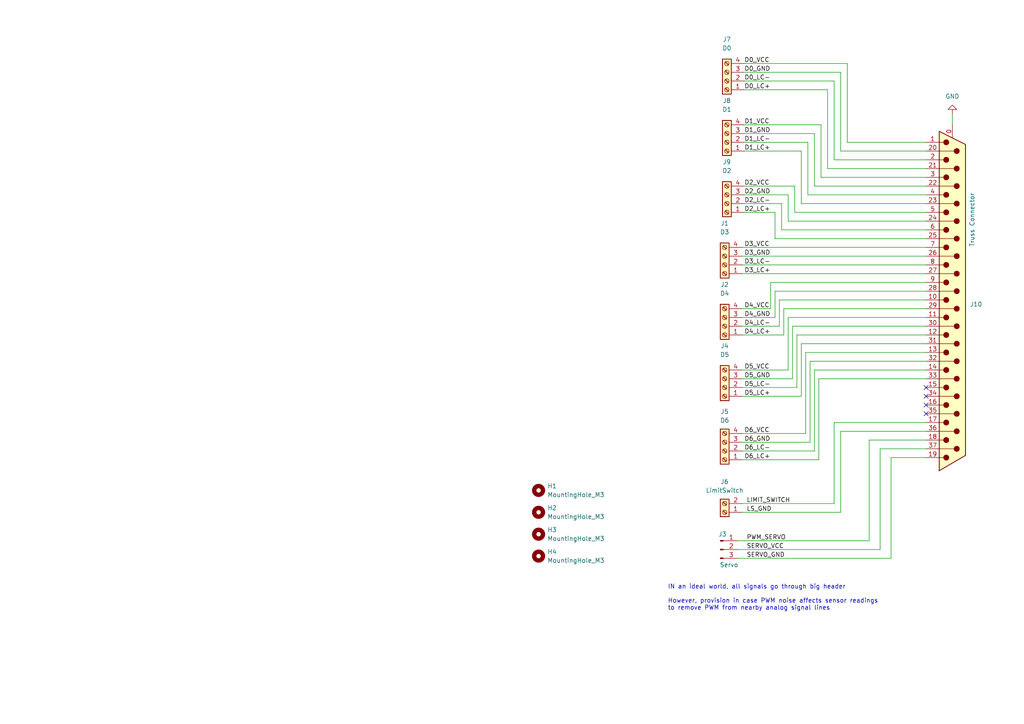
<source format=kicad_sch>
(kicad_sch (version 20211123) (generator eeschema)
  (paper "A4")
  (lib_symbols
    (symbol "000_Connectors_Immo:pheonix_01x04_screwterminal_2.54mm" (pin_names (offset 1.016) hide)
      (property "Reference" "J" (at 0 5.08 0))
      (property "Value" "pheonix_01x04_screwterminal_2.54mm" (at 0 -7.62 0))
      (symbol "pheonix_01x04_screwterminal_2.54mm_1_1"
        (rectangle (start -1.27 3.81) (end 1.27 -6.35) (stroke (width 0.254)) (fill (type background)))
        (circle (center 0 -5.08) (radius 0.635) (stroke (width 0.1524)))
        (circle (center 0 -2.54) (radius 0.635) (stroke (width 0.1524)))
        (polyline (pts (xy -0.5334 -4.7498) (xy 0.3302 -5.588)) (stroke (width 0.1524)))
        (polyline (pts (xy -0.5334 -2.2098) (xy 0.3302 -3.048)) (stroke (width 0.1524)))
        (polyline (pts (xy -0.5334 0.3302) (xy 0.3302 -0.508)) (stroke (width 0.1524)))
        (polyline (pts (xy -0.5334 2.8702) (xy 0.3302 2.032)) (stroke (width 0.1524)))
        (polyline (pts (xy -0.3556 -4.572) (xy 0.508 -5.4102)) (stroke (width 0.1524)))
        (polyline (pts (xy -0.3556 -2.032) (xy 0.508 -2.8702)) (stroke (width 0.1524)))
        (polyline (pts (xy -0.3556 0.508) (xy 0.508 -0.3302)) (stroke (width 0.1524)))
        (polyline (pts (xy -0.3556 3.048) (xy 0.508 2.2098)) (stroke (width 0.1524)))
        (circle (center 0 0) (radius 0.635) (stroke (width 0.1524)))
        (circle (center 0 2.54) (radius 0.635) (stroke (width 0.1524)))
        (pin passive line (at -5.08 2.54 0) (length 3.81) (name "Pin_1") (number "1"))
        (pin passive line (at -5.08 0 0) (length 3.81) (name "Pin_2") (number "2"))
        (pin passive line (at -5.08 -2.54 0) (length 3.81) (name "Pin_3") (number "3"))
        (pin passive line (at -5.08 -5.08 0) (length 3.81) (name "Pin_4") (number "4"))
      )
    )
    (symbol "Connector:Conn_01x03_Male" (pin_names (offset 1.016) hide)
      (property "Reference" "J" (at 0 5.08 0))
      (property "Value" "Conn_01x03_Male" (at 2.54 -4.191 0))
      (symbol "Conn_01x03_Male_1_1"
        (polyline (pts (xy 1.27 -2.54) (xy 0.8636 -2.54)) (stroke (width 0.1524)))
        (polyline (pts (xy 1.27 0) (xy 0.8636 0)) (stroke (width 0.1524)))
        (polyline (pts (xy 1.27 2.54) (xy 0.8636 2.54)) (stroke (width 0.1524)))
        (rectangle (start 0.8636 -2.413) (end 0 -2.667) (stroke (width 0.1524)) (fill (type outline)))
        (rectangle (start 0.8636 0.127) (end 0 -0.127) (stroke (width 0.1524)) (fill (type outline)))
        (rectangle (start 0.8636 2.667) (end 0 2.413) (stroke (width 0.1524)) (fill (type outline)))
        (pin passive line (at 5.08 2.54 180) (length 3.81) (name "Pin_1") (number "1"))
        (pin passive line (at 5.08 0 180) (length 3.81) (name "Pin_2") (number "2"))
        (pin passive line (at 5.08 -2.54 180) (length 3.81) (name "Pin_3") (number "3"))
      )
    )
    (symbol "Connector:DB37_Male_MountingHoles" (pin_names (offset 1.016) hide)
      (property "Reference" "J" (at 0 52.705 0))
      (property "Value" "DB37_Male_MountingHoles" (at 0 50.8 0))
      (symbol "DB37_Male_MountingHoles_0_1"
        (circle (center -1.778 -45.72) (radius 0.762) (fill (type outline)))
        (circle (center -1.778 -40.64) (radius 0.762) (fill (type outline)))
        (circle (center -1.778 -35.56) (radius 0.762) (fill (type outline)))
        (circle (center -1.778 -30.48) (radius 0.762) (fill (type outline)))
        (circle (center -1.778 -25.4) (radius 0.762) (fill (type outline)))
        (circle (center -1.778 -20.32) (radius 0.762) (fill (type outline)))
        (circle (center -1.778 -15.24) (radius 0.762) (fill (type outline)))
        (circle (center -1.778 -10.16) (radius 0.762) (fill (type outline)))
        (circle (center -1.778 -5.08) (radius 0.762) (fill (type outline)))
        (circle (center -1.778 0) (radius 0.762) (fill (type outline)))
        (circle (center -1.778 5.08) (radius 0.762) (fill (type outline)))
        (circle (center -1.778 10.16) (radius 0.762) (fill (type outline)))
        (circle (center -1.778 15.24) (radius 0.762) (fill (type outline)))
        (circle (center -1.778 20.32) (radius 0.762) (fill (type outline)))
        (circle (center -1.778 25.4) (radius 0.762) (fill (type outline)))
        (circle (center -1.778 30.48) (radius 0.762) (fill (type outline)))
        (circle (center -1.778 35.56) (radius 0.762) (fill (type outline)))
        (circle (center -1.778 40.64) (radius 0.762) (fill (type outline)))
        (circle (center -1.778 45.72) (radius 0.762) (fill (type outline)))
        (polyline (pts (xy -3.81 -45.72) (xy -2.54 -45.72)))
        (polyline (pts (xy -3.81 -43.18) (xy 0.508 -43.18)))
        (polyline (pts (xy -3.81 -40.64) (xy -2.54 -40.64)))
        (polyline (pts (xy -3.81 -38.1) (xy 0.508 -38.1)))
        (polyline (pts (xy -3.81 -35.56) (xy -2.54 -35.56)))
        (polyline (pts (xy -3.81 -33.02) (xy 0.508 -33.02)))
        (polyline (pts (xy -3.81 -30.48) (xy -2.54 -30.48)))
        (polyline (pts (xy -3.81 -27.94) (xy 0.508 -27.94)))
        (polyline (pts (xy -3.81 -25.4) (xy -2.54 -25.4)))
        (polyline (pts (xy -3.81 -22.86) (xy 0.508 -22.86)))
        (polyline (pts (xy -3.81 -20.32) (xy -2.54 -20.32)))
        (polyline (pts (xy -3.81 -17.78) (xy 0.508 -17.78)))
        (polyline (pts (xy -3.81 -15.24) (xy -2.54 -15.24)))
        (polyline (pts (xy -3.81 -12.7) (xy 0.508 -12.7)))
        (polyline (pts (xy -3.81 -10.16) (xy -2.54 -10.16)))
        (polyline (pts (xy -3.81 -7.62) (xy 0.508 -7.62)))
        (polyline (pts (xy -3.81 -5.08) (xy -2.54 -5.08)))
        (polyline (pts (xy -3.81 -2.54) (xy 0.508 -2.54)))
        (polyline (pts (xy -3.81 0) (xy -2.54 0)))
        (polyline (pts (xy -3.81 2.54) (xy 0.508 2.54)))
        (polyline (pts (xy -3.81 5.08) (xy -2.54 5.08)))
        (polyline (pts (xy -3.81 7.62) (xy 0.508 7.62)))
        (polyline (pts (xy -3.81 10.16) (xy -2.54 10.16)))
        (polyline (pts (xy -3.81 12.7) (xy 0.508 12.7)))
        (polyline (pts (xy -3.81 15.24) (xy -2.54 15.24)))
        (polyline (pts (xy -3.81 17.78) (xy 0.508 17.78)))
        (polyline (pts (xy -3.81 20.32) (xy -2.54 20.32)))
        (polyline (pts (xy -3.81 22.86) (xy 0.508 22.86)))
        (polyline (pts (xy -3.81 25.4) (xy -2.54 25.4)))
        (polyline (pts (xy -3.81 27.94) (xy 0.508 27.94)))
        (polyline (pts (xy -3.81 30.48) (xy -2.54 30.48)))
        (polyline (pts (xy -3.81 33.02) (xy 0.508 33.02)))
        (polyline (pts (xy -3.81 35.56) (xy -2.54 35.56)))
        (polyline (pts (xy -3.81 38.1) (xy 0.508 38.1)))
        (polyline (pts (xy -3.81 40.64) (xy -2.54 40.64)))
        (polyline (pts (xy -3.81 43.18) (xy 0.508 43.18)))
        (polyline (pts (xy -3.81 45.72) (xy -2.54 45.72)))
        (polyline (pts (xy -3.81 49.53) (xy 3.81 45.085) (xy 3.81 -45.085) (xy -3.81 -48.895) (xy -3.81 49.53)) (stroke (width 0.254)) (fill (type background)))
        (circle (center 1.27 -43.18) (radius 0.762) (fill (type outline)))
        (circle (center 1.27 -38.1) (radius 0.762) (fill (type outline)))
        (circle (center 1.27 -33.02) (radius 0.762) (fill (type outline)))
        (circle (center 1.27 -27.94) (radius 0.762) (fill (type outline)))
        (circle (center 1.27 -22.86) (radius 0.762) (fill (type outline)))
        (circle (center 1.27 -17.78) (radius 0.762) (fill (type outline)))
        (circle (center 1.27 -12.7) (radius 0.762) (fill (type outline)))
        (circle (center 1.27 -7.62) (radius 0.762) (fill (type outline)))
        (circle (center 1.27 -2.54) (radius 0.762) (fill (type outline)))
        (circle (center 1.27 2.54) (radius 0.762) (fill (type outline)))
        (circle (center 1.27 7.62) (radius 0.762) (fill (type outline)))
        (circle (center 1.27 12.7) (radius 0.762) (fill (type outline)))
        (circle (center 1.27 17.78) (radius 0.762) (fill (type outline)))
        (circle (center 1.27 22.86) (radius 0.762) (fill (type outline)))
        (circle (center 1.27 27.94) (radius 0.762) (fill (type outline)))
        (circle (center 1.27 33.02) (radius 0.762) (fill (type outline)))
        (circle (center 1.27 38.1) (radius 0.762) (fill (type outline)))
        (circle (center 1.27 43.18) (radius 0.762) (fill (type outline)))
      )
      (symbol "DB37_Male_MountingHoles_1_1"
        (pin passive line (at 0 -50.8 90) (length 3.81) (name "PAD") (number "0"))
        (pin passive line (at -7.62 -45.72 0) (length 3.81) (name "1") (number "1"))
        (pin passive line (at -7.62 0 0) (length 3.81) (name "10") (number "10"))
        (pin passive line (at -7.62 5.08 0) (length 3.81) (name "11") (number "11"))
        (pin passive line (at -7.62 10.16 0) (length 3.81) (name "12") (number "12"))
        (pin passive line (at -7.62 15.24 0) (length 3.81) (name "13") (number "13"))
        (pin passive line (at -7.62 20.32 0) (length 3.81) (name "14") (number "14"))
        (pin passive line (at -7.62 25.4 0) (length 3.81) (name "15") (number "15"))
        (pin passive line (at -7.62 30.48 0) (length 3.81) (name "16") (number "16"))
        (pin passive line (at -7.62 35.56 0) (length 3.81) (name "17") (number "17"))
        (pin passive line (at -7.62 40.64 0) (length 3.81) (name "18") (number "18"))
        (pin passive line (at -7.62 45.72 0) (length 3.81) (name "19") (number "19"))
        (pin passive line (at -7.62 -40.64 0) (length 3.81) (name "2") (number "2"))
        (pin passive line (at -7.62 -43.18 0) (length 3.81) (name "20") (number "20"))
        (pin passive line (at -7.62 -38.1 0) (length 3.81) (name "21") (number "21"))
        (pin passive line (at -7.62 -33.02 0) (length 3.81) (name "22") (number "22"))
        (pin passive line (at -7.62 -27.94 0) (length 3.81) (name "23") (number "23"))
        (pin passive line (at -7.62 -22.86 0) (length 3.81) (name "24") (number "24"))
        (pin passive line (at -7.62 -17.78 0) (length 3.81) (name "25") (number "25"))
        (pin passive line (at -7.62 -12.7 0) (length 3.81) (name "26") (number "26"))
        (pin passive line (at -7.62 -7.62 0) (length 3.81) (name "27") (number "27"))
        (pin passive line (at -7.62 -2.54 0) (length 3.81) (name "28") (number "28"))
        (pin passive line (at -7.62 2.54 0) (length 3.81) (name "29") (number "29"))
        (pin passive line (at -7.62 -35.56 0) (length 3.81) (name "3") (number "3"))
        (pin passive line (at -7.62 7.62 0) (length 3.81) (name "30") (number "30"))
        (pin passive line (at -7.62 12.7 0) (length 3.81) (name "31") (number "31"))
        (pin passive line (at -7.62 17.78 0) (length 3.81) (name "32") (number "32"))
        (pin passive line (at -7.62 22.86 0) (length 3.81) (name "33") (number "33"))
        (pin passive line (at -7.62 27.94 0) (length 3.81) (name "34") (number "34"))
        (pin passive line (at -7.62 33.02 0) (length 3.81) (name "35") (number "35"))
        (pin passive line (at -7.62 38.1 0) (length 3.81) (name "36") (number "36"))
        (pin passive line (at -7.62 43.18 0) (length 3.81) (name "37") (number "37"))
        (pin passive line (at -7.62 -30.48 0) (length 3.81) (name "4") (number "4"))
        (pin passive line (at -7.62 -25.4 0) (length 3.81) (name "5") (number "5"))
        (pin passive line (at -7.62 -20.32 0) (length 3.81) (name "6") (number "6"))
        (pin passive line (at -7.62 -15.24 0) (length 3.81) (name "7") (number "7"))
        (pin passive line (at -7.62 -10.16 0) (length 3.81) (name "8") (number "8"))
        (pin passive line (at -7.62 -5.08 0) (length 3.81) (name "9") (number "9"))
      )
    )
    (symbol "Connector:Screw_Terminal_01x02" (pin_names (offset 1.016) hide)
      (property "Reference" "J" (at 0 2.54 0))
      (property "Value" "Screw_Terminal_01x02" (at 0 -5.08 0))
      (symbol "Screw_Terminal_01x02_1_1"
        (rectangle (start -1.27 1.27) (end 1.27 -3.81) (stroke (width 0.254)) (fill (type background)))
        (circle (center 0 -2.54) (radius 0.635) (stroke (width 0.1524)))
        (polyline (pts (xy -0.5334 -2.2098) (xy 0.3302 -3.048)) (stroke (width 0.1524)))
        (polyline (pts (xy -0.5334 0.3302) (xy 0.3302 -0.508)) (stroke (width 0.1524)))
        (polyline (pts (xy -0.3556 -2.032) (xy 0.508 -2.8702)) (stroke (width 0.1524)))
        (polyline (pts (xy -0.3556 0.508) (xy 0.508 -0.3302)) (stroke (width 0.1524)))
        (circle (center 0 0) (radius 0.635) (stroke (width 0.1524)))
        (pin passive line (at -5.08 0 0) (length 3.81) (name "Pin_1") (number "1"))
        (pin passive line (at -5.08 -2.54 0) (length 3.81) (name "Pin_2") (number "2"))
      )
    )
    (symbol "Mechanical:MountingHole_M3" (pin_names (offset 1.016))
      (property "Reference" "H" (at 0 5.08 0))
      (property "Value" "MountingHole_M3" (at 0 3.175 0))
      (symbol "MountingHole_M3_0_1"
        (circle (center 0 0) (radius 1.27) (stroke (width 1.27)))
      )
    )
    (symbol "power:GND" (power) (pin_names (offset 0))
      (property "Value" "GND" (at 0 -3.81 0))
      (symbol "GND_0_1"
        (polyline (pts (xy 0 0) (xy 0 -1.27) (xy 1.27 -1.27) (xy 0 -2.54) (xy -1.27 -1.27) (xy 0 -1.27)))
      )
      (symbol "GND_1_1"
        (pin power_in line (at 0 0 270) (length 0) hide (name "GND") (number "1"))
      )
    )
  )
  (no_connect (at 268.605 112.395))
  (no_connect (at 268.605 114.935))
  (no_connect (at 268.605 117.475))
  (no_connect (at 268.605 120.015))
  (wire (pts (xy 215.265 89.535) (xy 223.52 89.535)))
  (wire (pts (xy 215.265 76.835) (xy 268.605 76.835)))
  (wire (pts (xy 215.265 79.375) (xy 268.605 79.375)))
  (wire (pts (xy 238.125 36.195) (xy 238.125 51.435)))
  (wire (pts (xy 232.41 59.055) (xy 268.605 59.055)))
  (wire (pts (xy 241.935 122.555) (xy 268.605 122.555)))
  (wire (pts (xy 234.95 128.27) (xy 234.95 104.775)))
  (wire (pts (xy 215.9 36.195) (xy 238.125 36.195)))
  (wire (pts (xy 229.87 94.615) (xy 268.605 94.615)))
  (wire (pts (xy 224.79 69.215) (xy 268.605 69.215)))
  (wire (pts (xy 213.995 156.845) (xy 252.095 156.845)))
  (wire (pts (xy 231.14 97.155) (xy 268.605 97.155)))
  (wire (pts (xy 243.84 43.815) (xy 268.605 43.815)))
  (wire (pts (xy 243.84 148.59) (xy 243.84 125.095)))
  (wire (pts (xy 241.935 46.355) (xy 268.605 46.355)))
  (wire (pts (xy 215.265 97.155) (xy 227.33 97.155)))
  (wire (pts (xy 215.265 128.27) (xy 234.95 128.27)))
  (wire (pts (xy 215.265 112.395) (xy 231.14 112.395)))
  (wire (pts (xy 238.125 51.435) (xy 268.605 51.435)))
  (wire (pts (xy 215.9 38.735) (xy 236.22 38.735)))
  (wire (pts (xy 236.22 130.81) (xy 236.22 107.315)))
  (wire (pts (xy 215.265 130.81) (xy 236.22 130.81)))
  (wire (pts (xy 231.14 112.395) (xy 231.14 97.155)))
  (wire (pts (xy 215.9 26.035) (xy 240.03 26.035)))
  (wire (pts (xy 226.695 66.675) (xy 268.605 66.675)))
  (wire (pts (xy 245.745 18.415) (xy 245.745 41.275)))
  (wire (pts (xy 215.265 133.35) (xy 237.49 133.35)))
  (wire (pts (xy 215.265 148.59) (xy 243.84 148.59)))
  (wire (pts (xy 215.9 61.595) (xy 224.79 61.595)))
  (wire (pts (xy 268.605 127.635) (xy 252.095 127.635)))
  (wire (pts (xy 227.33 89.535) (xy 268.605 89.535)))
  (wire (pts (xy 215.9 20.955) (xy 243.84 20.955)))
  (wire (pts (xy 215.265 94.615) (xy 226.06 94.615)))
  (wire (pts (xy 213.995 159.385) (xy 255.27 159.385)))
  (wire (pts (xy 258.445 132.715) (xy 268.605 132.715)))
  (wire (pts (xy 237.49 133.35) (xy 237.49 109.855)))
  (wire (pts (xy 255.27 130.175) (xy 268.605 130.175)))
  (wire (pts (xy 215.265 125.73) (xy 233.68 125.73)))
  (wire (pts (xy 234.95 104.775) (xy 268.605 104.775)))
  (wire (pts (xy 228.6 64.135) (xy 268.605 64.135)))
  (wire (pts (xy 240.03 48.895) (xy 268.605 48.895)))
  (wire (pts (xy 215.265 109.855) (xy 229.87 109.855)))
  (wire (pts (xy 215.9 53.975) (xy 230.505 53.975)))
  (wire (pts (xy 228.6 56.515) (xy 228.6 64.135)))
  (wire (pts (xy 232.41 114.935) (xy 232.41 99.695)))
  (wire (pts (xy 224.79 84.455) (xy 268.605 84.455)))
  (wire (pts (xy 236.22 53.975) (xy 268.605 53.975)))
  (wire (pts (xy 230.505 53.975) (xy 230.505 61.595)))
  (wire (pts (xy 215.265 71.755) (xy 268.605 71.755)))
  (wire (pts (xy 226.06 86.995) (xy 268.605 86.995)))
  (wire (pts (xy 241.935 146.05) (xy 241.935 122.555)))
  (wire (pts (xy 252.095 127.635) (xy 252.095 156.845)))
  (wire (pts (xy 232.41 43.815) (xy 232.41 59.055)))
  (wire (pts (xy 237.49 109.855) (xy 268.605 109.855)))
  (wire (pts (xy 215.265 74.295) (xy 268.605 74.295)))
  (wire (pts (xy 232.41 99.695) (xy 268.605 99.695)))
  (wire (pts (xy 215.265 146.05) (xy 241.935 146.05)))
  (wire (pts (xy 226.695 59.055) (xy 226.695 66.675)))
  (wire (pts (xy 224.79 92.075) (xy 224.79 84.455)))
  (wire (pts (xy 236.22 107.315) (xy 268.605 107.315)))
  (wire (pts (xy 213.995 161.925) (xy 258.445 161.925)))
  (wire (pts (xy 227.33 97.155) (xy 227.33 89.535)))
  (wire (pts (xy 236.22 38.735) (xy 236.22 53.975)))
  (wire (pts (xy 215.9 41.275) (xy 234.315 41.275)))
  (wire (pts (xy 215.265 107.315) (xy 228.6 107.315)))
  (wire (pts (xy 224.79 61.595) (xy 224.79 69.215)))
  (wire (pts (xy 255.27 159.385) (xy 255.27 130.175)))
  (wire (pts (xy 228.6 107.315) (xy 228.6 92.075)))
  (wire (pts (xy 215.9 23.495) (xy 241.935 23.495)))
  (wire (pts (xy 215.265 92.075) (xy 224.79 92.075)))
  (wire (pts (xy 223.52 89.535) (xy 223.52 81.915)))
  (wire (pts (xy 230.505 61.595) (xy 268.605 61.595)))
  (wire (pts (xy 215.9 18.415) (xy 245.745 18.415)))
  (wire (pts (xy 215.9 43.815) (xy 232.41 43.815)))
  (wire (pts (xy 234.315 56.515) (xy 268.605 56.515)))
  (wire (pts (xy 223.52 81.915) (xy 268.605 81.915)))
  (wire (pts (xy 243.84 20.955) (xy 243.84 43.815)))
  (wire (pts (xy 234.315 41.275) (xy 234.315 56.515)))
  (wire (pts (xy 245.745 41.275) (xy 268.605 41.275)))
  (wire (pts (xy 243.84 125.095) (xy 268.605 125.095)))
  (wire (pts (xy 226.06 94.615) (xy 226.06 86.995)))
  (wire (pts (xy 233.68 125.73) (xy 233.68 102.235)))
  (wire (pts (xy 258.445 161.925) (xy 258.445 132.715)))
  (wire (pts (xy 241.935 23.495) (xy 241.935 46.355)))
  (wire (pts (xy 276.225 33.02) (xy 276.225 36.195)))
  (wire (pts (xy 215.9 56.515) (xy 228.6 56.515)))
  (wire (pts (xy 240.03 26.035) (xy 240.03 48.895)))
  (wire (pts (xy 215.265 114.935) (xy 232.41 114.935)))
  (wire (pts (xy 233.68 102.235) (xy 268.605 102.235)))
  (wire (pts (xy 228.6 92.075) (xy 268.605 92.075)))
  (wire (pts (xy 229.87 109.855) (xy 229.87 94.615)))
  (wire (pts (xy 215.9 59.055) (xy 226.695 59.055)))
  (text "IN an ideal world, all signals go through big header\n\nHowever, provision in case PWM noise affects sensor readings\nto remove PWM from nearby analog signal lines" (at 193.675 177.165 0) (effects (font (size 1.27 1.27)) (justify left bottom)))
  (label "D5_LC+" (at 215.9 114.935 0))
  (label "D4_GND" (at 215.9 92.075 0))
  (label "D5_LC-" (at 215.9 112.395 0))
  (label "LIMIT_SWITCH" (at 216.535 146.05 0))
  (label "D3_LC-" (at 215.9 76.835 0))
  (label "D1_VCC" (at 215.9 36.195 0))
  (label "D5_VCC" (at 215.9 107.315 0))
  (label "D0_VCC" (at 215.9 18.415 0))
  (label "D6_VCC" (at 215.9 125.73 0))
  (label "D2_VCC" (at 215.9 53.975 0))
  (label "D5_GND" (at 215.9 109.855 0))
  (label "D3_GND" (at 215.9 74.295 0))
  (label "D0_GND" (at 215.9 20.955 0))
  (label "D3_LC+" (at 215.9 79.375 0))
  (label "SERVO_VCC" (at 216.535 159.385 0))
  (label "D2_GND" (at 215.9 56.515 0))
  (label "LS_GND" (at 216.535 148.59 0))
  (label "D6_LC+" (at 215.9 133.35 0))
  (label "D6_LC-" (at 215.9 130.81 0))
  (label "D3_VCC" (at 215.9 71.755 0))
  (label "D1_LC+" (at 215.9 43.815 0))
  (label "D2_LC+" (at 215.9 61.595 0))
  (label "D4_VCC" (at 215.9 89.535 0))
  (label "D4_LC-" (at 215.9 94.615 0))
  (label "SERVO_GND" (at 216.535 161.925 0))
  (label "D1_GND" (at 215.9 38.735 0))
  (label "D4_LC+" (at 215.9 97.155 0))
  (label "D0_LC+" (at 215.9 26.035 0))
  (label "D1_LC-" (at 215.9 41.275 0))
  (label "PWM_SERVO" (at 216.535 156.845 0))
  (label "D2_LC-" (at 215.9 59.055 0))
  (label "D6_GND" (at 215.9 128.27 0))
  (label "D0_LC-" (at 215.9 23.495 0))
  (symbol (lib_id "000_Connectors_Immo:pheonix_01x04_screwterminal_2.54mm") (at 210.82 23.495 180) (unit 1)
    (property "Reference" "J7" (at 210.82 11.43 0))
    (property "Value" "D0" (at 210.82 13.97 0))
    (property "Footprint" "TerminalBlock_Phoenix:TerminalBlock_Phoenix_MPT-0,5-4-2.54_1x04_P2.54mm_Horizontal" (effects hide))
    (property "Datasheet" "https://uk.farnell.com/wago/236-402/terminal-block-wire-to-brd-2pos/dp/1283526" (effects hide))
  )
  (symbol (lib_id "Connector:Conn_01x03_Male") (at 208.915 159.385 0) (unit 1)
    (property "Reference" "J3" (at 209.55 154.94 0))
    (property "Value" "Servo" (at 211.455 163.83 0))
    (property "Footprint" "Connector_PinHeader_2.54mm:PinHeader_1x03_P2.54mm_Vertical" (effects hide))
  )
  (symbol (lib_id "Mechanical:MountingHole_M3") (at 156.21 142.24 0) (unit 1)
    (property "Reference" "H1" (at 158.75 140.9699 0) (effects (justify left)))
    (property "Value" "MountingHole_M3" (at 158.75 143.5099 0) (effects (justify left)))
    (property "Footprint" "MountingHole:MountingHole_3.2mm_M3_Pad_Via" (effects hide))
  )
  (symbol (lib_id "000_Connectors_Immo:pheonix_01x04_screwterminal_2.54mm") (at 210.82 59.055 180) (unit 1)
    (property "Reference" "J9" (at 210.82 46.99 0))
    (property "Value" "D2" (at 210.82 49.53 0))
    (property "Footprint" "TerminalBlock_Phoenix:TerminalBlock_Phoenix_MPT-0,5-4-2.54_1x04_P2.54mm_Horizontal" (effects hide))
    (property "Datasheet" "https://uk.farnell.com/wago/236-402/terminal-block-wire-to-brd-2pos/dp/1283526" (effects hide))
  )
  (symbol (lib_id "Mechanical:MountingHole_M3") (at 156.21 148.59 0) (unit 1)
    (property "Reference" "H2" (at 158.75 147.3199 0) (effects (justify left)))
    (property "Value" "MountingHole_M3" (at 158.75 149.8599 0) (effects (justify left)))
    (property "Footprint" "MountingHole:MountingHole_3.2mm_M3_Pad_Via" (effects hide))
  )
  (symbol (lib_id "000_Connectors_Immo:pheonix_01x04_screwterminal_2.54mm") (at 210.185 76.835 180) (unit 1)
    (property "Reference" "J1" (at 210.185 64.77 0))
    (property "Value" "D3" (at 210.185 67.31 0))
    (property "Footprint" "TerminalBlock_Phoenix:TerminalBlock_Phoenix_MPT-0,5-4-2.54_1x04_P2.54mm_Horizontal" (effects hide))
    (property "Datasheet" "https://uk.farnell.com/wago/236-402/terminal-block-wire-to-brd-2pos/dp/1283526" (effects hide))
  )
  (symbol (lib_id "Connector:Screw_Terminal_01x02") (at 210.185 148.59 180) (unit 1)
    (property "Reference" "J6" (at 210.185 139.7 0))
    (property "Value" "LimitSwitch" (at 210.185 142.24 0))
    (property "Footprint" "TerminalBlock_Phoenix:TerminalBlock_Phoenix_MPT-0,5-2-2.54_1x02_P2.54mm_Horizontal" (effects hide))
  )
  (symbol (lib_id "power:GND") (at 276.225 33.02 180) (unit 1)
    (property "Reference" "#PWR0101" (effects hide))
    (property "Value" "GND" (at 276.225 27.94 0))
  )
  (symbol (lib_id "Connector:DB37_Male_MountingHoles") (at 276.225 86.995 0) (mirror x) (unit 1)
    (property "Reference" "J10" (at 281.305 88.2651 0) (effects (justify left)))
    (property "Value" "Truss Connector" (at 281.94 55.88 90) (effects (justify left)))
    (property "Footprint" "Connector_Dsub:DSUB-37_Male_Horizontal_P2.77x2.84mm_EdgePinOffset9.90mm_Housed_MountingHolesOffset11.32mm" (effects hide))
    (property "Datasheet" " ~" (effects hide))
  )
  (symbol (lib_id "000_Connectors_Immo:pheonix_01x04_screwterminal_2.54mm") (at 210.185 112.395 180) (unit 1)
    (property "Reference" "J4" (at 210.185 100.33 0))
    (property "Value" "D5" (at 210.185 102.87 0))
    (property "Footprint" "TerminalBlock_Phoenix:TerminalBlock_Phoenix_MPT-0,5-4-2.54_1x04_P2.54mm_Horizontal" (effects hide))
    (property "Datasheet" "https://uk.farnell.com/wago/236-402/terminal-block-wire-to-brd-2pos/dp/1283526" (effects hide))
  )
  (symbol (lib_id "Mechanical:MountingHole_M3") (at 156.21 161.29 0) (unit 1)
    (property "Reference" "H4" (at 158.75 160.0199 0) (effects (justify left)))
    (property "Value" "MountingHole_M3" (at 158.75 162.5599 0) (effects (justify left)))
    (property "Footprint" "MountingHole:MountingHole_3.2mm_M3_Pad_Via" (effects hide))
  )
  (symbol (lib_id "000_Connectors_Immo:pheonix_01x04_screwterminal_2.54mm") (at 210.82 41.275 180) (unit 1)
    (property "Reference" "J8" (at 210.82 29.21 0))
    (property "Value" "D1" (at 210.82 31.75 0))
    (property "Footprint" "TerminalBlock_Phoenix:TerminalBlock_Phoenix_MPT-0,5-4-2.54_1x04_P2.54mm_Horizontal" (effects hide))
    (property "Datasheet" "https://uk.farnell.com/wago/236-402/terminal-block-wire-to-brd-2pos/dp/1283526" (effects hide))
  )
  (symbol (lib_id "Mechanical:MountingHole_M3") (at 156.21 154.94 0) (unit 1)
    (property "Reference" "H3" (at 158.75 153.6699 0) (effects (justify left)))
    (property "Value" "MountingHole_M3" (at 158.75 156.2099 0) (effects (justify left)))
    (property "Footprint" "MountingHole:MountingHole_3.2mm_M3_Pad_Via" (effects hide))
  )
  (symbol (lib_id "000_Connectors_Immo:pheonix_01x04_screwterminal_2.54mm") (at 210.185 130.81 180) (unit 1)
    (property "Reference" "J5" (at 210.185 119.38 0))
    (property "Value" "D6" (at 210.185 121.92 0))
    (property "Footprint" "TerminalBlock_Phoenix:TerminalBlock_Phoenix_MPT-0,5-4-2.54_1x04_P2.54mm_Horizontal" (effects hide))
    (property "Datasheet" "https://uk.farnell.com/wago/236-402/terminal-block-wire-to-brd-2pos/dp/1283526" (effects hide))
  )
  (symbol (lib_id "000_Connectors_Immo:pheonix_01x04_screwterminal_2.54mm") (at 210.185 94.615 180) (unit 1)
    (property "Reference" "J2" (at 210.185 82.55 0))
    (property "Value" "D4" (at 210.185 85.09 0))
    (property "Footprint" "TerminalBlock_Phoenix:TerminalBlock_Phoenix_MPT-0,5-4-2.54_1x04_P2.54mm_Horizontal" (effects hide))
    (property "Datasheet" "https://uk.farnell.com/wago/236-402/terminal-block-wire-to-brd-2pos/dp/1283526" (effects hide))
  )
)
</source>
